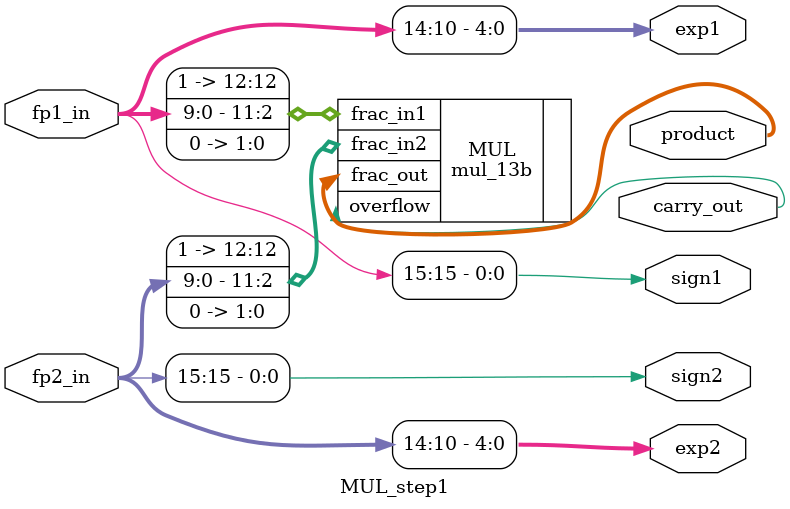
<source format=sv>



//
//Module Summary:
//    First step of multiplication in three-step pipeline.
//    multiplies fraction from fp16 value - padded to 13 bits
//
//Inputs:
//    fp1/2     - single precision floating points
//Outputs:
//    sign1/2   - signs of floating points
//    exp1/2    - exponents of floating points
//    product   - result of fraction multiplication
//    carry_out - signal if there is a carry out of the multiplication

`timescale 1ns/1ps

module MUL_step1 (
    input  [15:0] fp1_in,
    input  [15:0] fp2_in,
    output        sign1,
    output        sign2,
    output [ 4:0] exp1,
    output [ 4:0] exp2,
    output [12:0] product,
    output        carry_out
);

    assign sign1 = fp1_in[15];
    assign sign2 = fp2_in[15];
    assign exp1  = fp1_in[14:10];
    assign exp2  = fp2_in[14:10];

    mul_13b MUL (
        .frac_in1({1'b1, fp1_in[9:0], 2'b00}),
        .frac_in2({1'b1, fp2_in[9:0], 2'b00}),
        .frac_out(product),
        .overflow(carry_out)
    );

endmodule  // MUL_step1




</source>
